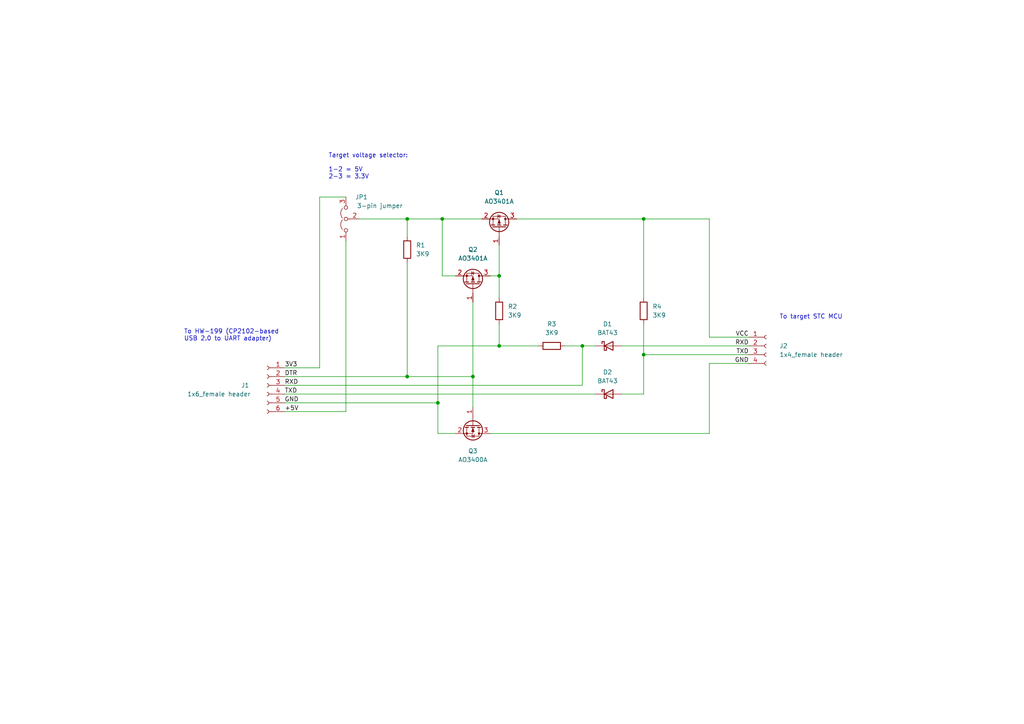
<source format=kicad_sch>
(kicad_sch (version 20211123) (generator eeschema)
  (paper "A4")
  (title_block (title "STC MCU programmer") (date "2022-05-06") (rev "1.0") (company "(c) 2022 Vincent DEFERT. Licensed under the CC BY 4.0 license.") (comment 1 "More information at: http://creativecommons.org/licenses/by/4.0/") (comment 2 "to switch adapters between programming and testing.") (comment 3 "The USB-to-UART functionality is fully preserved => there is no need") (comment 4 "For use with STCGAL in automatic mode (-a option) and an HW-199 adapter."))
  (lib_symbols
    (symbol "Connector:Conn_01x04_Female" (pin_names (offset 1.016) hide)
      (property "Reference" "J" (at 0 5.08 0))
      (property "Value" "Conn_01x04_Female" (at 0 -7.62 0))
      (symbol "Conn_01x04_Female_1_1"
        (arc (start 0 -4.572) (mid -0.508 -5.08) (end 0 -5.588) (stroke (width 0.1524)))
        (arc (start 0 -2.032) (mid -0.508 -2.54) (end 0 -3.048) (stroke (width 0.1524)))
        (polyline (pts (xy -1.27 -5.08) (xy -0.508 -5.08)) (stroke (width 0.1524)))
        (polyline (pts (xy -1.27 -2.54) (xy -0.508 -2.54)) (stroke (width 0.1524)))
        (polyline (pts (xy -1.27 0) (xy -0.508 0)) (stroke (width 0.1524)))
        (polyline (pts (xy -1.27 2.54) (xy -0.508 2.54)) (stroke (width 0.1524)))
        (arc (start 0 0.508) (mid -0.508 0) (end 0 -0.508) (stroke (width 0.1524)))
        (arc (start 0 3.048) (mid -0.508 2.54) (end 0 2.032) (stroke (width 0.1524)))
        (pin passive line (at -5.08 2.54 0) (length 3.81) (name "Pin_1") (number "1"))
        (pin passive line (at -5.08 0 0) (length 3.81) (name "Pin_2") (number "2"))
        (pin passive line (at -5.08 -2.54 0) (length 3.81) (name "Pin_3") (number "3"))
        (pin passive line (at -5.08 -5.08 0) (length 3.81) (name "Pin_4") (number "4"))
      )
    )
    (symbol "Connector:Conn_01x06_Female" (pin_names (offset 1.016) hide)
      (property "Reference" "J" (at 0 7.62 0))
      (property "Value" "Conn_01x06_Female" (at 0 -10.16 0))
      (symbol "Conn_01x06_Female_1_1"
        (arc (start 0 -7.112) (mid -0.508 -7.62) (end 0 -8.128) (stroke (width 0.1524)))
        (arc (start 0 -4.572) (mid -0.508 -5.08) (end 0 -5.588) (stroke (width 0.1524)))
        (arc (start 0 -2.032) (mid -0.508 -2.54) (end 0 -3.048) (stroke (width 0.1524)))
        (polyline (pts (xy -1.27 -7.62) (xy -0.508 -7.62)) (stroke (width 0.1524)))
        (polyline (pts (xy -1.27 -5.08) (xy -0.508 -5.08)) (stroke (width 0.1524)))
        (polyline (pts (xy -1.27 -2.54) (xy -0.508 -2.54)) (stroke (width 0.1524)))
        (polyline (pts (xy -1.27 0) (xy -0.508 0)) (stroke (width 0.1524)))
        (polyline (pts (xy -1.27 2.54) (xy -0.508 2.54)) (stroke (width 0.1524)))
        (polyline (pts (xy -1.27 5.08) (xy -0.508 5.08)) (stroke (width 0.1524)))
        (arc (start 0 0.508) (mid -0.508 0) (end 0 -0.508) (stroke (width 0.1524)))
        (arc (start 0 3.048) (mid -0.508 2.54) (end 0 2.032) (stroke (width 0.1524)))
        (arc (start 0 5.588) (mid -0.508 5.08) (end 0 4.572) (stroke (width 0.1524)))
        (pin passive line (at -5.08 5.08 0) (length 3.81) (name "Pin_1") (number "1"))
        (pin passive line (at -5.08 2.54 0) (length 3.81) (name "Pin_2") (number "2"))
        (pin passive line (at -5.08 0 0) (length 3.81) (name "Pin_3") (number "3"))
        (pin passive line (at -5.08 -2.54 0) (length 3.81) (name "Pin_4") (number "4"))
        (pin passive line (at -5.08 -5.08 0) (length 3.81) (name "Pin_5") (number "5"))
        (pin passive line (at -5.08 -7.62 0) (length 3.81) (name "Pin_6") (number "6"))
      )
    )
    (symbol "Device:R" (pin_numbers hide) (pin_names (offset 0))
      (property "Reference" "R" (at 2.032 0 90))
      (property "Value" "R" (at 0 0 90))
      (symbol "R_0_1"
        (rectangle (start -1.016 -2.54) (end 1.016 2.54) (stroke (width 0.254)))
      )
      (symbol "R_1_1"
        (pin passive line (at 0 3.81 270) (length 1.27) (name "~") (number "1"))
        (pin passive line (at 0 -3.81 90) (length 1.27) (name "~") (number "2"))
      )
    )
    (symbol "Diode:BAT43" (pin_numbers hide) (pin_names (offset 1.016) hide)
      (property "Reference" "D" (at 0 2.54 0))
      (property "Value" "BAT43" (at 0 -2.54 0))
      (symbol "BAT43_0_1"
        (polyline (pts (xy 1.27 0) (xy -1.27 0)))
        (polyline (pts (xy 1.27 1.27) (xy 1.27 -1.27) (xy -1.27 0) (xy 1.27 1.27)) (stroke (width 0.254)))
        (polyline (pts (xy -1.905 0.635) (xy -1.905 1.27) (xy -1.27 1.27) (xy -1.27 -1.27) (xy -0.635 -1.27) (xy -0.635 -0.635)) (stroke (width 0.254)))
      )
      (symbol "BAT43_1_1"
        (pin passive line (at -3.81 0 0) (length 2.54) (name "K") (number "1"))
        (pin passive line (at 3.81 0 180) (length 2.54) (name "A") (number "2"))
      )
    )
    (symbol "Jumper:Jumper_3_Open" (pin_names (offset 0) hide)
      (property "Reference" "JP" (at -2.54 -2.54 0))
      (property "Value" "Jumper_3_Open" (at 0 2.794 0))
      (symbol "Jumper_3_Open_0_0"
        (circle (center -3.302 0) (radius 0.508))
        (circle (center 0 0) (radius 0.508))
        (circle (center 3.302 0) (radius 0.508))
      )
      (symbol "Jumper_3_Open_0_1"
        (arc (start -0.254 1.016) (mid -1.651 1.4992) (end -3.048 1.016))
        (polyline (pts (xy 0 -0.508) (xy 0 -1.27)))
        (arc (start 3.048 1.016) (mid 1.651 1.4992) (end 0.254 1.016))
      )
      (symbol "Jumper_3_Open_1_1"
        (pin passive line (at -6.35 0 0) (length 2.54) (name "A") (number "1"))
        (pin input line (at 0 -3.81 90) (length 2.54) (name "C") (number "2"))
        (pin passive line (at 6.35 0 180) (length 2.54) (name "B") (number "3"))
      )
    )
    (symbol "Transistor_FET:AO3400A" (pin_names hide)
      (property "Reference" "Q" (at 5.08 1.905 0))
      (property "Value" "AO3400A" (at 5.08 0 0))
      (symbol "AO3400A_0_1"
        (polyline (pts (xy 0.254 0) (xy -2.54 0)))
        (polyline (pts (xy 0.254 1.905) (xy 0.254 -1.905)) (stroke (width 0.254)))
        (polyline (pts (xy 0.762 -1.27) (xy 0.762 -2.286)) (stroke (width 0.254)))
        (polyline (pts (xy 0.762 0.508) (xy 0.762 -0.508)) (stroke (width 0.254)))
        (polyline (pts (xy 0.762 2.286) (xy 0.762 1.27)) (stroke (width 0.254)))
        (polyline (pts (xy 2.54 2.54) (xy 2.54 1.778)))
        (polyline (pts (xy 2.54 -2.54) (xy 2.54 0) (xy 0.762 0)))
        (polyline (pts (xy 0.762 -1.778) (xy 3.302 -1.778) (xy 3.302 1.778) (xy 0.762 1.778)))
        (polyline (pts (xy 1.016 0) (xy 2.032 0.381) (xy 2.032 -0.381) (xy 1.016 0)) (fill (type outline)))
        (polyline (pts (xy 2.794 0.508) (xy 2.921 0.381) (xy 3.683 0.381) (xy 3.81 0.254)))
        (polyline (pts (xy 3.302 0.381) (xy 2.921 -0.254) (xy 3.683 -0.254) (xy 3.302 0.381)))
        (circle (center 1.651 0) (radius 2.794) (stroke (width 0.254)))
        (circle (center 2.54 -1.778) (radius 0.254) (fill (type outline)))
        (circle (center 2.54 1.778) (radius 0.254) (fill (type outline)))
      )
      (symbol "AO3400A_1_1"
        (pin input line (at -5.08 0 0) (length 2.54) (name "G") (number "1"))
        (pin passive line (at 2.54 -5.08 90) (length 2.54) (name "S") (number "2"))
        (pin passive line (at 2.54 5.08 270) (length 2.54) (name "D") (number "3"))
      )
    )
    (symbol "Transistor_FET:AO3401A" (pin_names hide)
      (property "Reference" "Q" (at 5.08 1.905 0))
      (property "Value" "AO3401A" (at 5.08 0 0))
      (symbol "AO3401A_0_1"
        (polyline (pts (xy 0.254 0) (xy -2.54 0)))
        (polyline (pts (xy 0.254 1.905) (xy 0.254 -1.905)) (stroke (width 0.254)))
        (polyline (pts (xy 0.762 -1.27) (xy 0.762 -2.286)) (stroke (width 0.254)))
        (polyline (pts (xy 0.762 0.508) (xy 0.762 -0.508)) (stroke (width 0.254)))
        (polyline (pts (xy 0.762 2.286) (xy 0.762 1.27)) (stroke (width 0.254)))
        (polyline (pts (xy 2.54 2.54) (xy 2.54 1.778)))
        (polyline (pts (xy 2.54 -2.54) (xy 2.54 0) (xy 0.762 0)))
        (polyline (pts (xy 0.762 1.778) (xy 3.302 1.778) (xy 3.302 -1.778) (xy 0.762 -1.778)))
        (polyline (pts (xy 2.286 0) (xy 1.27 0.381) (xy 1.27 -0.381) (xy 2.286 0)) (fill (type outline)))
        (polyline (pts (xy 2.794 -0.508) (xy 2.921 -0.381) (xy 3.683 -0.381) (xy 3.81 -0.254)))
        (polyline (pts (xy 3.302 -0.381) (xy 2.921 0.254) (xy 3.683 0.254) (xy 3.302 -0.381)))
        (circle (center 1.651 0) (radius 2.794) (stroke (width 0.254)))
        (circle (center 2.54 -1.778) (radius 0.254) (fill (type outline)))
        (circle (center 2.54 1.778) (radius 0.254) (fill (type outline)))
      )
      (symbol "AO3401A_1_1"
        (pin input line (at -5.08 0 0) (length 2.54) (name "G") (number "1"))
        (pin passive line (at 2.54 -5.08 90) (length 2.54) (name "S") (number "2"))
        (pin passive line (at 2.54 5.08 270) (length 2.54) (name "D") (number "3"))
      )
    )
  )
  (junction (at 168.91 100.33))
  (junction (at 144.78 100.33))
  (junction (at 137.16 109.22))
  (junction (at 118.11 109.22))
  (junction (at 128.27 63.5))
  (junction (at 127 116.84))
  (junction (at 186.69 63.5))
  (junction (at 144.78 80.01))
  (junction (at 118.11 63.5))
  (junction (at 186.69 102.87))
  (wire (pts (xy 186.69 93.98) (xy 186.69 102.87)))
  (wire (pts (xy 82.55 111.76) (xy 168.91 111.76)))
  (wire (pts (xy 82.55 119.38) (xy 100.33 119.38)))
  (wire (pts (xy 82.55 109.22) (xy 118.11 109.22)))
  (wire (pts (xy 149.86 63.5) (xy 186.69 63.5)))
  (wire (pts (xy 205.74 105.41) (xy 217.17 105.41)))
  (wire (pts (xy 180.34 100.33) (xy 217.17 100.33)))
  (wire (pts (xy 156.21 100.33) (xy 144.78 100.33)))
  (wire (pts (xy 186.69 63.5) (xy 205.74 63.5)))
  (wire (pts (xy 168.91 111.76) (xy 168.91 100.33)))
  (wire (pts (xy 144.78 80.01) (xy 144.78 86.36)))
  (wire (pts (xy 168.91 100.33) (xy 172.72 100.33)))
  (wire (pts (xy 127 100.33) (xy 127 116.84)))
  (wire (pts (xy 144.78 71.12) (xy 144.78 80.01)))
  (wire (pts (xy 186.69 102.87) (xy 217.17 102.87)))
  (wire (pts (xy 118.11 63.5) (xy 118.11 68.58)))
  (wire (pts (xy 132.08 125.73) (xy 127 125.73)))
  (wire (pts (xy 118.11 109.22) (xy 137.16 109.22)))
  (wire (pts (xy 205.74 63.5) (xy 205.74 97.79)))
  (wire (pts (xy 92.71 57.15) (xy 100.33 57.15)))
  (wire (pts (xy 127 116.84) (xy 127 125.73)))
  (wire (pts (xy 118.11 63.5) (xy 128.27 63.5)))
  (wire (pts (xy 137.16 109.22) (xy 137.16 118.11)))
  (wire (pts (xy 82.55 116.84) (xy 127 116.84)))
  (wire (pts (xy 92.71 106.68) (xy 92.71 57.15)))
  (wire (pts (xy 142.24 125.73) (xy 205.74 125.73)))
  (wire (pts (xy 205.74 125.73) (xy 205.74 105.41)))
  (wire (pts (xy 100.33 119.38) (xy 100.33 69.85)))
  (wire (pts (xy 118.11 76.2) (xy 118.11 109.22)))
  (wire (pts (xy 144.78 93.98) (xy 144.78 100.33)))
  (wire (pts (xy 142.24 80.01) (xy 144.78 80.01)))
  (wire (pts (xy 104.14 63.5) (xy 118.11 63.5)))
  (wire (pts (xy 144.78 100.33) (xy 127 100.33)))
  (wire (pts (xy 82.55 114.3) (xy 172.72 114.3)))
  (wire (pts (xy 186.69 102.87) (xy 186.69 114.3)))
  (wire (pts (xy 82.55 106.68) (xy 92.71 106.68)))
  (wire (pts (xy 180.34 114.3) (xy 186.69 114.3)))
  (wire (pts (xy 132.08 80.01) (xy 128.27 80.01)))
  (wire (pts (xy 128.27 80.01) (xy 128.27 63.5)))
  (wire (pts (xy 205.74 97.79) (xy 217.17 97.79)))
  (wire (pts (xy 163.83 100.33) (xy 168.91 100.33)))
  (wire (pts (xy 137.16 87.63) (xy 137.16 109.22)))
  (wire (pts (xy 186.69 63.5) (xy 186.69 86.36)))
  (wire (pts (xy 128.27 63.5) (xy 139.7 63.5)))
  (text "To target STC MCU" (at 226.06 92.71 0) (effects (font (size 1.27 1.27)) (justify left bottom)))
  (text "To HW-199 (CP2102-based \nUSB 2.0 to UART adapter)\n" (at 53.34 99.06 0) (effects (font (size 1.27 1.27)) (justify left bottom)))
  (text "Target voltage selector:\n\n1-2 = 5V\n2-3 = 3.3V" (at 95.25 52.07 0) (effects (font (size 1.27 1.27)) (justify left bottom)))
  (label "RXD" (at 217.17 100.33 180))
  (label "TXD" (at 82.55 114.3 0))
  (label "3V3" (at 82.55 106.68 0))
  (label "TXD" (at 217.17 102.87 180))
  (label "RXD" (at 82.55 111.76 0))
  (label "+5V" (at 82.55 119.38 0))
  (label "VCC" (at 217.17 97.79 180))
  (label "GND" (at 217.17 105.41 180))
  (label "GND" (at 82.55 116.84 0))
  (label "DTR" (at 82.55 109.22 0))
  (symbol (lib_id "Transistor_FET:AO3400A") (at 137.16 123.19 270) (unit 1)
    (property "Reference" "Q3" (at 137.16 130.81 90))
    (property "Value" "AO3400A" (at 137.16 133.35 90))
    (property "Footprint" "Package_TO_SOT_SMD:SOT-23" (effects hide))
    (property "Datasheet" "http://www.aosmd.com/pdfs/datasheet/AO3400A.pdf" (effects hide))
  )
  (symbol (lib_id "Device:R") (at 118.11 72.39 0) (unit 1)
    (property "Reference" "R1" (at 120.65 71.1199 0) (effects (justify left)))
    (property "Value" "3K9" (at 120.65 73.6599 0) (effects (justify left)))
  )
  (symbol (lib_id "Transistor_FET:AO3401A") (at 137.16 82.55 270) (mirror x) (unit 1)
    (property "Reference" "Q2" (at 137.16 72.39 90))
    (property "Value" "AO3401A" (at 137.16 74.93 90))
    (property "Footprint" "Package_TO_SOT_SMD:SOT-23" (effects hide))
    (property "Datasheet" "http://www.aosmd.com/pdfs/datasheet/AO3401A.pdf" (effects hide))
  )
  (symbol (lib_id "Jumper:Jumper_3_Open") (at 100.33 63.5 90) (unit 1)
    (property "Reference" "JP1" (at 106.68 57.15 90) (effects (justify left)))
    (property "Value" "3-pin jumper" (at 116.84 59.69 90) (effects (justify left)))
  )
  (symbol (lib_id "Transistor_FET:AO3401A") (at 144.78 66.04 270) (mirror x) (unit 1)
    (property "Reference" "Q1" (at 144.78 55.88 90))
    (property "Value" "AO3401A" (at 144.78 58.42 90))
    (property "Footprint" "Package_TO_SOT_SMD:SOT-23" (effects hide))
    (property "Datasheet" "http://www.aosmd.com/pdfs/datasheet/AO3401A.pdf" (effects hide))
  )
  (symbol (lib_id "Connector:Conn_01x04_Female") (at 222.25 100.33 0) (unit 1)
    (property "Reference" "J2" (at 226.06 100.33 0) (effects (justify left)))
    (property "Value" "1x4_female header" (at 226.06 102.87 0) (effects (justify left)))
  )
  (symbol (lib_id "Connector:Conn_01x06_Female") (at 77.47 111.76 0) (mirror y) (unit 1)
    (property "Reference" "J1" (at 71.12 111.76 0))
    (property "Value" "1x6_female header" (at 63.5 114.3 0))
  )
  (symbol (lib_id "Diode:BAT43") (at 176.53 114.3 0) (unit 1)
    (property "Reference" "D2" (at 176.2125 107.95 0))
    (property "Value" "BAT43" (at 176.2125 110.49 0))
    (property "Footprint" "Diode_THT:D_DO-35_SOD27_P7.62mm_Horizontal" (effects hide))
    (property "Datasheet" "http://www.vishay.com/docs/85660/bat42.pdf" (effects hide))
  )
  (symbol (lib_id "Device:R") (at 186.69 90.17 0) (unit 1)
    (property "Reference" "R4" (at 189.23 88.8999 0) (effects (justify left)))
    (property "Value" "3K9" (at 189.23 91.4399 0) (effects (justify left)))
  )
  (symbol (lib_id "Device:R") (at 160.02 100.33 90) (unit 1)
    (property "Reference" "R3" (at 160.02 93.98 90))
    (property "Value" "3K9" (at 160.02 96.52 90))
  )
  (symbol (lib_id "Diode:BAT43") (at 176.53 100.33 0) (unit 1)
    (property "Reference" "D1" (at 176.2125 93.98 0))
    (property "Value" "BAT43" (at 176.2125 96.52 0))
    (property "Footprint" "Diode_THT:D_DO-35_SOD27_P7.62mm_Horizontal" (effects hide))
    (property "Datasheet" "http://www.vishay.com/docs/85660/bat42.pdf" (effects hide))
  )
  (symbol (lib_id "Device:R") (at 144.78 90.17 0) (unit 1)
    (property "Reference" "R2" (at 147.32 88.8999 0) (effects (justify left)))
    (property "Value" "3K9" (at 147.32 91.4399 0) (effects (justify left)))
  )
)
</source>
